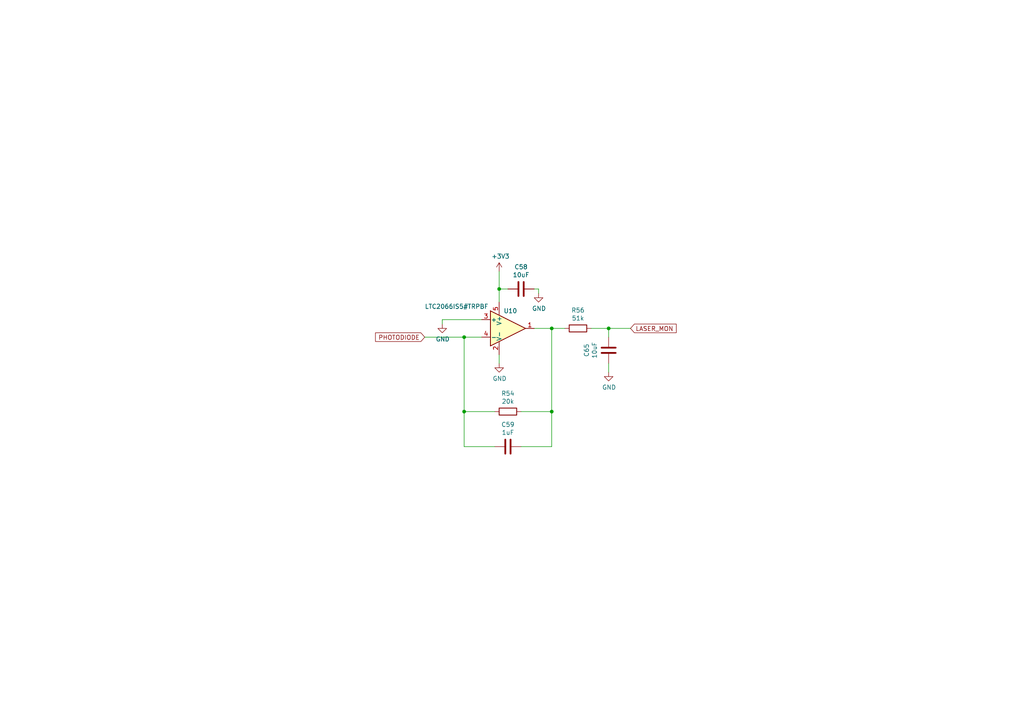
<source format=kicad_sch>
(kicad_sch (version 20211123) (generator eeschema)
  (paper "A4")
  (title_block (title "Output Monitor") (date "2021-11-07") (rev "1.5") (company "Brian Pepin"))
  (lib_symbols
    (symbol "Amplifier_Operational:TLV2371DBV" (pin_names (offset 0.127))
      (property "Reference" "U" (at -1.27 6.35 0))
      (property "Value" "TLV2371DBV" (at -1.27 3.81 0))
      (symbol "TLV2371DBV_0_1"
        (polyline (pts (xy -5.08 5.08) (xy 5.08 0) (xy -5.08 -5.08) (xy -5.08 5.08)) (stroke (width 0.254)) (fill (type background)))
        (pin power_in line (at -2.54 -7.62 90) (length 3.81) (name "V-") (number "2"))
        (pin power_in line (at -2.54 7.62 270) (length 3.81) (name "V+") (number "5"))
      )
      (symbol "TLV2371DBV_1_1"
        (pin output line (at 7.62 0 180) (length 2.54) (name "~") (number "1"))
        (pin input line (at -7.62 2.54 0) (length 2.54) (name "+") (number "3"))
        (pin input line (at -7.62 -2.54 0) (length 2.54) (name "-") (number "4"))
      )
    )
    (symbol "Device:C" (pin_numbers hide) (pin_names (offset 0.254))
      (property "Reference" "C" (at 0.635 2.54 0))
      (property "Value" "C" (at 0.635 -2.54 0))
      (symbol "C_0_1"
        (polyline (pts (xy -2.032 -0.762) (xy 2.032 -0.762)) (stroke (width 0.508)))
        (polyline (pts (xy -2.032 0.762) (xy 2.032 0.762)) (stroke (width 0.508)))
      )
      (symbol "C_1_1"
        (pin passive line (at 0 3.81 270) (length 2.794) (name "~") (number "1"))
        (pin passive line (at 0 -3.81 90) (length 2.794) (name "~") (number "2"))
      )
    )
    (symbol "Device:R" (pin_numbers hide) (pin_names (offset 0))
      (property "Reference" "R" (at 2.032 0 90))
      (property "Value" "R" (at 0 0 90))
      (symbol "R_0_1"
        (rectangle (start -1.016 -2.54) (end 1.016 2.54) (stroke (width 0.254)))
      )
      (symbol "R_1_1"
        (pin passive line (at 0 3.81 270) (length 1.27) (name "~") (number "1"))
        (pin passive line (at 0 -3.81 90) (length 1.27) (name "~") (number "2"))
      )
    )
    (symbol "power:+3V3" (power) (pin_names (offset 0))
      (property "Value" "+3V3" (at 0 3.556 0))
      (symbol "+3V3_0_1"
        (polyline (pts (xy -0.762 1.27) (xy 0 2.54)))
        (polyline (pts (xy 0 0) (xy 0 2.54)))
        (polyline (pts (xy 0 2.54) (xy 0.762 1.27)))
      )
      (symbol "+3V3_1_1"
        (pin power_in line (at 0 0 90) (length 0) hide (name "+3V3") (number "1"))
      )
    )
    (symbol "power:GND" (power) (pin_names (offset 0))
      (property "Value" "GND" (at 0 -3.81 0))
      (symbol "GND_0_1"
        (polyline (pts (xy 0 0) (xy 0 -1.27) (xy 1.27 -1.27) (xy 0 -2.54) (xy -1.27 -1.27) (xy 0 -1.27)))
      )
      (symbol "GND_1_1"
        (pin power_in line (at 0 0 270) (length 0) hide (name "GND") (number "1"))
      )
    )
  )
  (junction (at 160.02 95.25))
  (junction (at 176.53 95.25))
  (junction (at 160.02 119.38))
  (junction (at 134.62 119.38))
  (junction (at 134.62 97.79))
  (junction (at 144.78 83.82))
  (wire (pts (xy 176.53 105.41) (xy 176.53 107.95)))
  (wire (pts (xy 143.51 129.54) (xy 134.62 129.54)))
  (wire (pts (xy 156.21 83.82) (xy 156.21 85.09)))
  (wire (pts (xy 160.02 95.25) (xy 154.94 95.25)))
  (wire (pts (xy 160.02 129.54) (xy 160.02 119.38)))
  (wire (pts (xy 144.78 83.82) (xy 144.78 87.63)))
  (wire (pts (xy 151.13 119.38) (xy 160.02 119.38)))
  (wire (pts (xy 160.02 95.25) (xy 163.83 95.25)))
  (wire (pts (xy 134.62 119.38) (xy 143.51 119.38)))
  (wire (pts (xy 160.02 119.38) (xy 160.02 95.25)))
  (wire (pts (xy 134.62 97.79) (xy 123.19 97.79)))
  (wire (pts (xy 144.78 78.74) (xy 144.78 83.82)))
  (wire (pts (xy 128.27 93.98) (xy 128.27 92.71)))
  (wire (pts (xy 154.94 83.82) (xy 156.21 83.82)))
  (wire (pts (xy 139.7 97.79) (xy 134.62 97.79)))
  (wire (pts (xy 176.53 95.25) (xy 176.53 97.79)))
  (wire (pts (xy 134.62 129.54) (xy 134.62 119.38)))
  (wire (pts (xy 134.62 97.79) (xy 134.62 119.38)))
  (wire (pts (xy 151.13 129.54) (xy 160.02 129.54)))
  (wire (pts (xy 176.53 95.25) (xy 182.88 95.25)))
  (wire (pts (xy 128.27 92.71) (xy 139.7 92.71)))
  (wire (pts (xy 144.78 102.87) (xy 144.78 105.41)))
  (wire (pts (xy 171.45 95.25) (xy 176.53 95.25)))
  (wire (pts (xy 144.78 83.82) (xy 147.32 83.82)))
  (global_label "LASER_MON" (shape input) (at 182.88 95.25 0) (property "Intersheet References" "${INTERSHEET_REFS}" (effects hide)))
  (global_label "PHOTODIODE" (shape input) (at 123.19 97.79 180) (property "Intersheet References" "${INTERSHEET_REFS}" (effects hide)))
  (symbol (lib_id "Amplifier_Operational:TLV2371DBV") (at 147.32 95.25 0) (unit 1)
    (property "Reference" "U10" (at 146.05 90.17 0) (effects (justify left)))
    (property "Value" "LTC2066IS5#TRPBF" (at 123.19 88.9 0) (effects (justify left)))
    (property "Footprint" "Package_TO_SOT_SMD:SOT-23-5" (effects hide))
    (property "Datasheet" "http://www.ti.com/lit/ds/symlink/tlv2375.pdf" (effects hide))
    (property "PartNo" "LTC2066IS5#TRPBF" (effects hide))
  )
  (symbol (lib_id "power:+3V3") (at 144.78 78.74 0) (unit 1)
    (property "Reference" "#PWR0103" (effects hide))
    (property "Value" "+3V3" (at 145.161 74.3458 0))
  )
  (symbol (lib_id "power:GND") (at 144.78 105.41 0) (unit 1)
    (property "Reference" "#PWR0104" (effects hide))
    (property "Value" "GND" (at 144.907 109.8042 0))
  )
  (symbol (lib_id "Device:R") (at 147.32 119.38 270) (unit 1)
    (property "Reference" "R54" (at 147.32 114.1222 90))
    (property "Value" "20k" (at 147.32 116.4336 90))
    (property "Footprint" "Resistor_SMD:R_0805_2012Metric" (effects hide))
    (property "PartNo" "ERJ-P06D60R4V" (effects hide))
  )
  (symbol (lib_id "Device:C") (at 147.32 129.54 270) (unit 1)
    (property "Reference" "C59" (at 147.32 123.1392 90))
    (property "Value" "1uF" (at 147.32 125.4506 90))
    (property "Footprint" "Capacitor_SMD:C_0805_2012Metric" (effects hide))
    (property "PartNo" "UMF212B7105KGHT" (effects hide))
  )
  (symbol (lib_id "power:GND") (at 128.27 93.98 0) (unit 1)
    (property "Reference" "#PWR024" (effects hide))
    (property "Value" "GND" (at 128.397 98.3742 0))
  )
  (symbol (lib_id "Device:C") (at 151.13 83.82 270) (unit 1)
    (property "Reference" "C58" (at 151.13 77.4192 90))
    (property "Value" "10uF" (at 151.13 79.7306 90))
    (property "Footprint" "Capacitor_SMD:C_0805_2012Metric" (effects hide))
    (property "PartNo" "C0805X104M5RACTU" (effects hide))
  )
  (symbol (lib_id "power:GND") (at 156.21 85.09 0) (unit 1)
    (property "Reference" "#PWR0105" (effects hide))
    (property "Value" "GND" (at 156.337 89.4842 0))
  )
  (symbol (lib_id "power:GND") (at 176.53 107.95 0) (unit 1)
    (property "Reference" "#PWR066" (effects hide))
    (property "Value" "GND" (at 176.657 112.3442 0))
  )
  (symbol (lib_id "Device:R") (at 167.64 95.25 270) (unit 1)
    (property "Reference" "R56" (at 167.64 89.9922 90))
    (property "Value" "51k" (at 167.64 92.3036 90))
    (property "Footprint" "Resistor_SMD:R_0805_2012Metric" (effects hide))
    (property "PartNo" "ERJ-P06D60R4V" (effects hide))
  )
  (symbol (lib_id "Device:C") (at 176.53 101.6 0) (unit 1)
    (property "Reference" "C65" (at 170.1292 101.6 90))
    (property "Value" "10uF" (at 172.4406 101.6 90))
    (property "Footprint" "Capacitor_SMD:C_0805_2012Metric" (effects hide))
    (property "PartNo" "C0805X104M5RACTU" (effects hide))
  )
)
</source>
